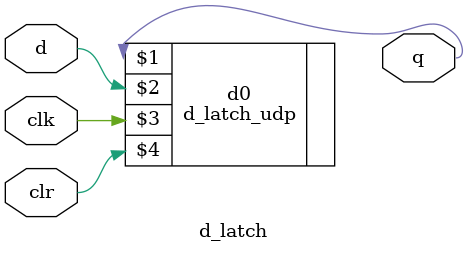
<source format=v>
`include "d_latch_udp.v"
module d_latch (output wire q,
                input wire d, clk, clr    
);

d_latch_udp d0(q, d, clk, clr);

endmodule //d_latch
</source>
